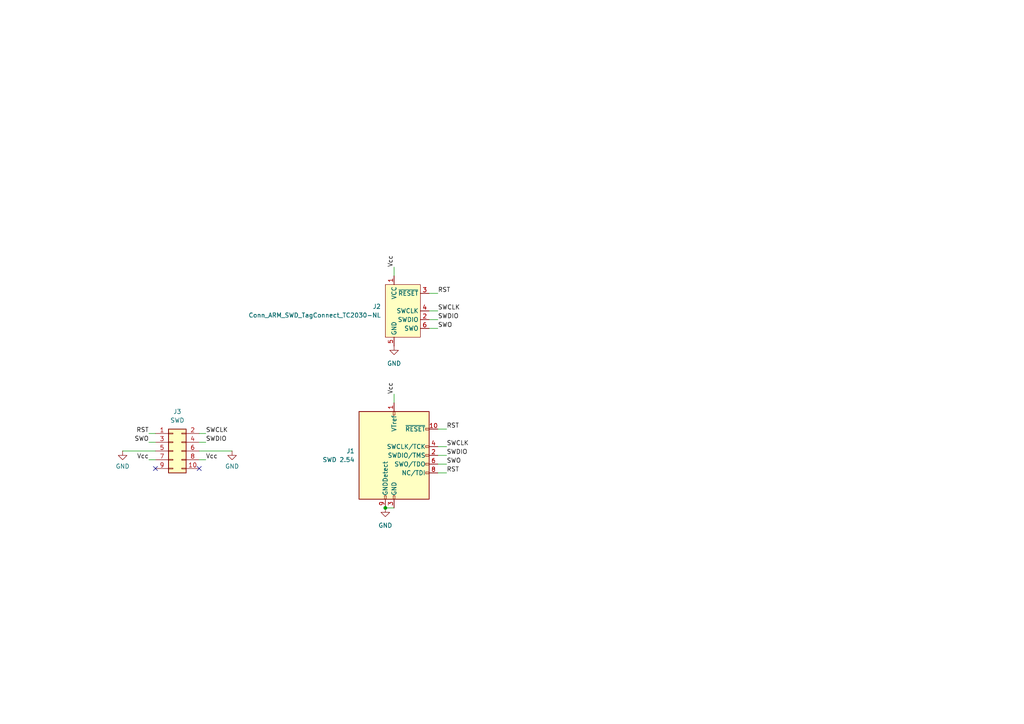
<source format=kicad_sch>
(kicad_sch (version 20231120) (generator "eeschema") (generator_version "8.0")
  (paper "A4")
  (lib_symbols
    (symbol "Connector:Conn_ARM_JTAG_SWD_10" (pin_names (offset 1.016))
      (property "Reference" "J" (at -2.54 16.51 0))
      (property "Value" "Conn_ARM_JTAG_SWD_10" (at -2.54 13.97 0))
      (symbol "Conn_ARM_JTAG_SWD_10_0_1"
        (rectangle (start -10.16 12.7) (end 10.16 -12.7) (stroke (width 0.254)) (fill (type background)))
        (rectangle (start -2.794 -12.7) (end -2.286 -11.684))
        (rectangle (start -0.254 -12.7) (end 0.254 -11.684))
        (rectangle (start -0.254 12.7) (end 0.254 11.684))
        (rectangle (start 9.144 2.286) (end 10.16 2.794))
        (rectangle (start 10.16 -2.794) (end 9.144 -2.286))
        (rectangle (start 10.16 -0.254) (end 9.144 0.254))
        (rectangle (start 10.16 7.874) (end 9.144 7.366))
      )
      (symbol "Conn_ARM_JTAG_SWD_10_1_1"
        (rectangle (start 9.144 -5.334) (end 10.16 -4.826))
        (pin power_in line (at 0 15.24 270) (length 2.54) (name "VTref") (number "1"))
        (pin open_collector line (at 12.7 7.62 180) (length 2.54) (name "~{RESET}") (number "10"))
        (pin bidirectional line (at 12.7 0 180) (length 2.54) (name "SWDIO/TMS") (number "2"))
        (pin power_in line (at 0 -15.24 90) (length 2.54) (name "GND") (number "3"))
        (pin output line (at 12.7 2.54 180) (length 2.54) (name "SWCLK/TCK") (number "4"))
        (pin passive line (at 0 -15.24 90) (length 2.54) hide (name "GND") (number "5"))
        (pin input line (at 12.7 -2.54 180) (length 2.54) (name "SWO/TDO") (number "6"))
        (pin no_connect line (at -10.16 0 0) (length 2.54) hide (name "KEY") (number "7"))
        (pin output line (at 12.7 -5.08 180) (length 2.54) (name "NC/TDI") (number "8"))
        (pin passive line (at -2.54 -15.24 90) (length 2.54) (name "GNDDetect") (number "9"))
      )
    )
    (symbol "Connector:Conn_ARM_SWD_TagConnect_TC2030-NL" (in_bom no)
      (property "Reference" "J" (at 2.54 11.43 0))
      (property "Value" "Conn_ARM_SWD_TagConnect_TC2030-NL" (at 2.54 8.89 0))
      (symbol "Conn_ARM_SWD_TagConnect_TC2030-NL_0_0"
        (pin power_in line (at -2.54 10.16 270) (length 2.54) (name "VCC") (number "1"))
        (pin bidirectional line (at 7.62 -2.54 180) (length 2.54) (name "SWDIO") (number "2"))
        (pin open_collector line (at 7.62 5.08 180) (length 2.54) (name "~{RESET}") (number "3"))
        (pin output line (at 7.62 0 180) (length 2.54) (name "SWCLK") (number "4"))
        (pin power_in line (at -2.54 -10.16 90) (length 2.54) (name "GND") (number "5"))
        (pin input line (at 7.62 -5.08 180) (length 2.54) (name "SWO") (number "6"))
      )
      (symbol "Conn_ARM_SWD_TagConnect_TC2030-NL_0_1"
        (rectangle (start -5.08 7.62) (end 5.08 -7.62) (fill (type background)))
      )
    )
    (symbol "Connector_Generic:Conn_02x05_Odd_Even" (pin_names (offset 1.016) hide)
      (property "Reference" "J" (at 1.27 7.62 0))
      (property "Value" "Conn_02x05_Odd_Even" (at 1.27 -7.62 0))
      (symbol "Conn_02x05_Odd_Even_1_1"
        (rectangle (start -1.27 -4.953) (end 0 -5.207) (stroke (width 0.1524)))
        (rectangle (start -1.27 -2.413) (end 0 -2.667) (stroke (width 0.1524)))
        (rectangle (start -1.27 0.127) (end 0 -0.127) (stroke (width 0.1524)))
        (rectangle (start -1.27 2.667) (end 0 2.413) (stroke (width 0.1524)))
        (rectangle (start -1.27 5.207) (end 0 4.953) (stroke (width 0.1524)))
        (rectangle (start -1.27 6.35) (end 3.81 -6.35) (stroke (width 0.254)) (fill (type background)))
        (rectangle (start 3.81 -4.953) (end 2.54 -5.207) (stroke (width 0.1524)))
        (rectangle (start 3.81 -2.413) (end 2.54 -2.667) (stroke (width 0.1524)))
        (rectangle (start 3.81 0.127) (end 2.54 -0.127) (stroke (width 0.1524)))
        (rectangle (start 3.81 2.667) (end 2.54 2.413) (stroke (width 0.1524)))
        (rectangle (start 3.81 5.207) (end 2.54 4.953) (stroke (width 0.1524)))
        (pin passive line (at -5.08 5.08 0) (length 3.81) (name "Pin_1") (number "1"))
        (pin passive line (at 7.62 -5.08 180) (length 3.81) (name "Pin_10") (number "10"))
        (pin passive line (at 7.62 5.08 180) (length 3.81) (name "Pin_2") (number "2"))
        (pin passive line (at -5.08 2.54 0) (length 3.81) (name "Pin_3") (number "3"))
        (pin passive line (at 7.62 2.54 180) (length 3.81) (name "Pin_4") (number "4"))
        (pin passive line (at -5.08 0 0) (length 3.81) (name "Pin_5") (number "5"))
        (pin passive line (at 7.62 0 180) (length 3.81) (name "Pin_6") (number "6"))
        (pin passive line (at -5.08 -2.54 0) (length 3.81) (name "Pin_7") (number "7"))
        (pin passive line (at 7.62 -2.54 180) (length 3.81) (name "Pin_8") (number "8"))
        (pin passive line (at -5.08 -5.08 0) (length 3.81) (name "Pin_9") (number "9"))
      )
    )
    (symbol "power:GND" (power) (pin_numbers hide) (pin_names (offset 0) hide)
      (property "Value" "GND" (at 0 -3.81 0))
      (symbol "GND_0_1"
        (polyline (pts (xy 0 0) (xy 0 -1.27) (xy 1.27 -1.27) (xy 0 -2.54) (xy -1.27 -1.27) (xy 0 -1.27)))
      )
      (symbol "GND_1_1"
        (pin power_in line (at 0 0 270) (length 0) (name "~") (number "1"))
      )
    )
  )
  (junction (at 111.76 147.32))
  (no_connect (at 57.785 135.89))
  (no_connect (at 45.085 135.89))
  (wire (pts (xy 127 134.62) (xy 129.54 134.62)))
  (wire (pts (xy 114.3 77.47) (xy 114.3 80.01)))
  (wire (pts (xy 57.785 128.27) (xy 59.69 128.27)))
  (wire (pts (xy 43.18 125.73) (xy 45.085 125.73)))
  (wire (pts (xy 127 129.54) (xy 129.54 129.54)))
  (wire (pts (xy 43.18 133.35) (xy 45.085 133.35)))
  (wire (pts (xy 124.46 92.71) (xy 127 92.71)))
  (wire (pts (xy 127 132.08) (xy 129.54 132.08)))
  (wire (pts (xy 45.085 130.81) (xy 35.56 130.81)))
  (wire (pts (xy 127 124.46) (xy 129.54 124.46)))
  (wire (pts (xy 127 137.16) (xy 129.54 137.16)))
  (wire (pts (xy 57.785 130.81) (xy 67.31 130.81)))
  (wire (pts (xy 57.785 125.73) (xy 59.69 125.73)))
  (wire (pts (xy 124.46 85.09) (xy 127 85.09)))
  (wire (pts (xy 57.785 133.35) (xy 59.69 133.35)))
  (wire (pts (xy 111.76 147.32) (xy 114.3 147.32)))
  (wire (pts (xy 124.46 90.17) (xy 127 90.17)))
  (wire (pts (xy 124.46 95.25) (xy 127 95.25)))
  (wire (pts (xy 43.18 128.27) (xy 45.085 128.27)))
  (wire (pts (xy 114.3 114.3) (xy 114.3 116.84)))
  (label "RST" (at 129.54 137.16 0))
  (label "SWDIO" (at 127 92.71 0))
  (label "SWO" (at 43.18 128.27 180))
  (label "SWCLK" (at 59.69 125.73 0))
  (label "Vcc" (at 114.3 77.47 90))
  (label "Vcc" (at 114.3 114.3 90))
  (label "SWCLK" (at 129.54 129.54 0))
  (label "RST" (at 127 85.09 0))
  (label "RST" (at 43.18 125.73 180))
  (label "SWO" (at 129.54 134.62 0))
  (label "SWCLK" (at 127 90.17 0))
  (label "Vcc" (at 59.69 133.35 0))
  (label "SWDIO" (at 59.69 128.27 0))
  (label "SWO" (at 127 95.25 0))
  (label "Vcc" (at 43.18 133.35 180))
  (label "RST" (at 129.54 124.46 0))
  (label "SWDIO" (at 129.54 132.08 0))
  (symbol (lib_id "Connector_Generic:Conn_02x05_Odd_Even") (at 50.165 130.81 0) (unit 1)
    (property "Reference" "J3" (at 51.435 119.38 0))
    (property "Value" "SWD" (at 51.435 121.92 0))
    (property "Footprint" "Connector_IDC:IDC-Header_2x05_P2.54mm_Vertical" (effects (hide yes)))
    (property "Description" "Generic connector, double row, 02x05, odd/even pin numbering scheme (row 1 odd numbers, row 2 even numbers), script generated (kicad-library-utils/schlib/autogen/connector/)" (effects (hide yes)))
    (property "LCSC" "C7501191" (effects (hide yes)))
  )
  (symbol (lib_id "Connector:Conn_ARM_SWD_TagConnect_TC2030-NL") (at 116.84 90.17 0) (unit 1)
    (property "Reference" "J2" (at 110.49 88.9 0) (effects (justify right)))
    (property "Value" "Conn_ARM_SWD_TagConnect_TC2030-NL" (at 110.49 91.44 0) (effects (justify right)))
    (property "Footprint" "Connector_IDC:IDC-Header_2x03_P2.54mm_Vertical" (effects (hide yes)))
    (property "Datasheet" "https://www.tag-connect.com/wp-content/uploads/bsk-pdf-manager/TC2030-CTX_1.pdf" (effects (hide yes)))
    (property "Description" "Tag-Connect ARM Cortex SWD JTAG connector, 6 pin, no legs" (effects (hide yes)))
    (property "LCSC" "C11214" (effects (hide yes)))
  )
  (symbol (lib_id "power:GND") (at 35.56 130.81 0) (mirror y) (unit 1)
    (property "Reference" "#PWR05" (effects (hide yes)))
    (property "Value" "GND" (at 35.56 135.255 0))
    (property "Description" "Power symbol creates a global label with name \"GND\" , ground" (effects (hide yes)))
  )
  (symbol (lib_id "power:GND") (at 67.31 130.81 0) (unit 1)
    (property "Reference" "#PWR04" (effects (hide yes)))
    (property "Value" "GND" (at 67.31 135.255 0))
    (property "Description" "Power symbol creates a global label with name \"GND\" , ground" (effects (hide yes)))
  )
  (symbol (lib_id "power:GND") (at 114.3 100.33 0) (unit 1)
    (property "Reference" "#PWR01" (effects (hide yes)))
    (property "Value" "GND" (at 114.3 105.41 0))
    (property "Description" "Power symbol creates a global label with name \"GND\" , ground" (effects (hide yes)))
  )
  (symbol (lib_id "Connector:Conn_ARM_JTAG_SWD_10") (at 114.3 132.08 0) (unit 1)
    (property "Reference" "J1" (at 102.87 130.81 0) (effects (justify right)))
    (property "Value" "SWD 2.54" (at 102.87 133.35 0) (effects (justify right)))
    (property "Footprint" "Connector_IDC:IDC-Header_2x05_P2.54mm_Vertical" (effects (hide yes)))
    (property "Datasheet" "http://infocenter.arm.com/help/topic/com.arm.doc.ddi0314h/DDI0314H_coresight_components_trm.pdf" (effects (hide yes)))
    (property "Description" "Cortex Debug Connector, standard ARM Cortex-M SWD and JTAG interface" (effects (hide yes)))
    (property "LCSC" "C7501191" (effects (hide yes)))
  )
  (symbol (lib_id "power:GND") (at 111.76 147.32 0) (unit 1)
    (property "Reference" "#PWR03" (effects (hide yes)))
    (property "Value" "GND" (at 111.76 152.4 0))
    (property "Description" "Power symbol creates a global label with name \"GND\" , ground" (effects (hide yes)))
  )
)
</source>
